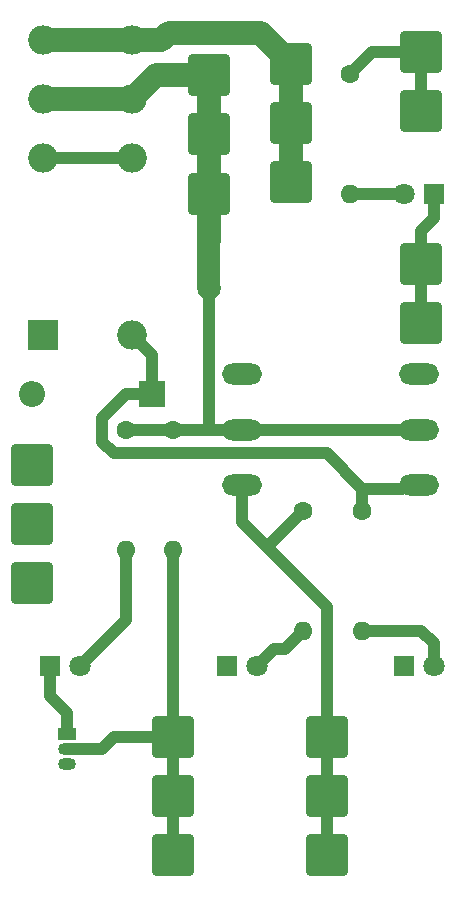
<source format=gbr>
%TF.GenerationSoftware,KiCad,Pcbnew,6.0.5*%
%TF.CreationDate,2022-09-21T01:14:05+02:00*%
%TF.ProjectId,ABS_Simulator_Panel,4142535f-5369-46d7-956c-61746f725f50,1.1*%
%TF.SameCoordinates,Original*%
%TF.FileFunction,Copper,L2,Bot*%
%TF.FilePolarity,Positive*%
%FSLAX46Y46*%
G04 Gerber Fmt 4.6, Leading zero omitted, Abs format (unit mm)*
G04 Created by KiCad (PCBNEW 6.0.5) date 2022-09-21 01:14:05*
%MOMM*%
%LPD*%
G01*
G04 APERTURE LIST*
G04 Aperture macros list*
%AMRoundRect*
0 Rectangle with rounded corners*
0 $1 Rounding radius*
0 $2 $3 $4 $5 $6 $7 $8 $9 X,Y pos of 4 corners*
0 Add a 4 corners polygon primitive as box body*
4,1,4,$2,$3,$4,$5,$6,$7,$8,$9,$2,$3,0*
0 Add four circle primitives for the rounded corners*
1,1,$1+$1,$2,$3*
1,1,$1+$1,$4,$5*
1,1,$1+$1,$6,$7*
1,1,$1+$1,$8,$9*
0 Add four rect primitives between the rounded corners*
20,1,$1+$1,$2,$3,$4,$5,0*
20,1,$1+$1,$4,$5,$6,$7,0*
20,1,$1+$1,$6,$7,$8,$9,0*
20,1,$1+$1,$8,$9,$2,$3,0*%
G04 Aperture macros list end*
%TA.AperFunction,SMDPad,CuDef*%
%ADD10C,2.000000*%
%TD*%
%TA.AperFunction,ComponentPad*%
%ADD11RoundRect,0.250002X-1.499998X-1.499998X1.499998X-1.499998X1.499998X1.499998X-1.499998X1.499998X0*%
%TD*%
%TA.AperFunction,ComponentPad*%
%ADD12C,1.600000*%
%TD*%
%TA.AperFunction,ComponentPad*%
%ADD13O,1.600000X1.600000*%
%TD*%
%TA.AperFunction,ComponentPad*%
%ADD14R,1.500000X1.050000*%
%TD*%
%TA.AperFunction,ComponentPad*%
%ADD15O,1.500000X1.050000*%
%TD*%
%TA.AperFunction,ComponentPad*%
%ADD16R,1.800000X1.800000*%
%TD*%
%TA.AperFunction,ComponentPad*%
%ADD17C,1.800000*%
%TD*%
%TA.AperFunction,ComponentPad*%
%ADD18O,3.400000X1.800000*%
%TD*%
%TA.AperFunction,ComponentPad*%
%ADD19R,2.200000X2.200000*%
%TD*%
%TA.AperFunction,ComponentPad*%
%ADD20O,2.200000X2.200000*%
%TD*%
%TA.AperFunction,ComponentPad*%
%ADD21R,2.500000X2.500000*%
%TD*%
%TA.AperFunction,ComponentPad*%
%ADD22O,2.500000X2.500000*%
%TD*%
%TA.AperFunction,Conductor*%
%ADD23C,2.000000*%
%TD*%
%TA.AperFunction,Conductor*%
%ADD24C,1.000000*%
%TD*%
G04 APERTURE END LIST*
%TO.C,NT1*%
G36*
X69000000Y-75000000D02*
G01*
X67000000Y-75000000D01*
X67000000Y-71000000D01*
X69000000Y-71000000D01*
X69000000Y-75000000D01*
G37*
%TD*%
D10*
%TO.P,NT1,1,1*%
%TO.N,+12V RL1*%
X68000000Y-71000000D03*
%TO.P,NT1,2,2*%
%TO.N,+12V*%
X68000000Y-75000000D03*
%TD*%
D11*
%TO.P,J10,1,Pin_1*%
%TO.N,/ABS Motor -*%
X86000000Y-73000000D03*
%TD*%
%TO.P,J8,1,Pin_1*%
%TO.N,/ABS Motor +*%
X86000000Y-60000000D03*
%TD*%
%TO.P,J5,1,Pin_1*%
%TO.N,GND*%
X53000000Y-95000000D03*
%TD*%
%TO.P,J12,1,Pin_1*%
%TO.N,/STP 16*%
X78000000Y-113000000D03*
%TD*%
D12*
%TO.P,R4,1*%
%TO.N,+12V*%
X61000000Y-87000000D03*
D13*
%TO.P,R4,2*%
%TO.N,/ABS LED*%
X61000000Y-97160000D03*
%TD*%
D11*
%TO.P,J11,1,Pin_1*%
%TO.N,/STP 16*%
X78000000Y-118000000D03*
%TD*%
D14*
%TO.P,Q1,1,C*%
%TO.N,/ABS BJT*%
X56000000Y-112730000D03*
D15*
%TO.P,Q1,2,B*%
%TO.N,/ABS*%
X56000000Y-114000000D03*
%TO.P,Q1,3,E*%
%TO.N,GND*%
X56000000Y-115270000D03*
%TD*%
D12*
%TO.P,R2,1*%
%TO.N,/STP 16*%
X76000000Y-93840000D03*
D13*
%TO.P,R2,2*%
%TO.N,/STP 16 LED*%
X76000000Y-104000000D03*
%TD*%
D11*
%TO.P,J6,1,Pin_1*%
%TO.N,GND*%
X53000000Y-90000000D03*
%TD*%
%TO.P,J19,1,Pin_1*%
%TO.N,/+12V ignition*%
X75000000Y-66000000D03*
%TD*%
D12*
%TO.P,R5,1*%
%TO.N,/ignition*%
X81000000Y-93840000D03*
D13*
%TO.P,R5,2*%
%TO.N,/ignition LED*%
X81000000Y-104000000D03*
%TD*%
D11*
%TO.P,J16,1,Pin_1*%
%TO.N,/ABS*%
X65000000Y-118000000D03*
%TD*%
%TO.P,J9,1,Pin_1*%
%TO.N,/ABS Motor -*%
X86000000Y-78000000D03*
%TD*%
%TO.P,J4,1,Pin_1*%
%TO.N,GND*%
X53000000Y-100000000D03*
%TD*%
D16*
%TO.P,D1,1,K*%
%TO.N,/ABS Motor -*%
X87070000Y-67000000D03*
D17*
%TO.P,D1,2,A*%
%TO.N,/ABS Motor LED*%
X84530000Y-67000000D03*
%TD*%
D16*
%TO.P,D3,1,K*%
%TO.N,/ABS BJT*%
X54530000Y-107000000D03*
D17*
%TO.P,D3,2,A*%
%TO.N,/ABS LED*%
X57070000Y-107000000D03*
%TD*%
D11*
%TO.P,J17,1,Pin_1*%
%TO.N,/+12V ignition*%
X75000000Y-56000000D03*
%TD*%
%TO.P,J18,1,Pin_1*%
%TO.N,/+12V ignition*%
X75000000Y-61000000D03*
%TD*%
%TO.P,J7,1,Pin_1*%
%TO.N,/ABS Motor +*%
X86000000Y-55000000D03*
%TD*%
D16*
%TO.P,D4,1,K*%
%TO.N,GND*%
X84530000Y-107000000D03*
D17*
%TO.P,D4,2,A*%
%TO.N,/ignition LED*%
X87070000Y-107000000D03*
%TD*%
D11*
%TO.P,J14,1,Pin_1*%
%TO.N,/ABS*%
X65000000Y-123000000D03*
%TD*%
D18*
%TO.P,SW1,1,A*%
%TO.N,unconnected-(SW1-Pad1)*%
X70800000Y-82300000D03*
%TO.P,SW1,2,B*%
%TO.N,+12V*%
X70800000Y-87000000D03*
%TO.P,SW1,3,C*%
%TO.N,/STP 16*%
X70800000Y-91700000D03*
%TD*%
D11*
%TO.P,J15,1,Pin_1*%
%TO.N,/ABS*%
X65000000Y-113000000D03*
%TD*%
%TO.P,J1,1,Pin_1*%
%TO.N,+12V RL1*%
X68000000Y-67000000D03*
%TD*%
D19*
%TO.P,D5,1,K*%
%TO.N,/ignition*%
X63160000Y-84000000D03*
D20*
%TO.P,D5,2,A*%
%TO.N,GND*%
X53000000Y-84000000D03*
%TD*%
D18*
%TO.P,SW2,1,A*%
%TO.N,unconnected-(SW2-Pad1)*%
X85800000Y-82300000D03*
%TO.P,SW2,2,B*%
%TO.N,+12V*%
X85800000Y-87000000D03*
%TO.P,SW2,3,C*%
%TO.N,/ignition*%
X85800000Y-91700000D03*
%TD*%
D11*
%TO.P,J3,1,Pin_1*%
%TO.N,+12V RL1*%
X68000000Y-57000000D03*
%TD*%
D12*
%TO.P,R1,1*%
%TO.N,/ABS Motor +*%
X80000000Y-56840000D03*
D13*
%TO.P,R1,2*%
%TO.N,/ABS Motor LED*%
X80000000Y-67000000D03*
%TD*%
D11*
%TO.P,J2,1,Pin_1*%
%TO.N,+12V RL1*%
X68000000Y-62000000D03*
%TD*%
D12*
%TO.P,R3,1*%
%TO.N,+12V*%
X65000000Y-87000000D03*
D13*
%TO.P,R3,2*%
%TO.N,/ABS*%
X65000000Y-97160000D03*
%TD*%
D11*
%TO.P,J13,1,Pin_1*%
%TO.N,/STP 16*%
X78000000Y-123000000D03*
%TD*%
D16*
%TO.P,D2,1,K*%
%TO.N,GND*%
X69525000Y-107000000D03*
D17*
%TO.P,D2,2,A*%
%TO.N,/STP 16 LED*%
X72065000Y-107000000D03*
%TD*%
D21*
%TO.P,RL1,1*%
%TO.N,GND*%
X54000000Y-79000000D03*
D22*
%TO.P,RL1,2*%
%TO.N,Net-(RL1-Pad2)*%
X54000000Y-64000000D03*
%TO.P,RL1,3*%
%TO.N,+12V RL1*%
X54000000Y-59000000D03*
%TO.P,RL1,4*%
%TO.N,/+12V ignition*%
X54000000Y-54000000D03*
%TO.P,RL1,5*%
X61500000Y-54000000D03*
%TO.P,RL1,6*%
%TO.N,+12V RL1*%
X61500000Y-59000000D03*
%TO.P,RL1,7*%
%TO.N,Net-(RL1-Pad2)*%
X61500000Y-64000000D03*
%TO.P,RL1,8*%
%TO.N,/ignition*%
X61500000Y-79000000D03*
%TD*%
D23*
%TO.N,+12V RL1*%
X54000000Y-59000000D02*
X61500000Y-59000000D01*
%TO.N,/+12V ignition*%
X75000000Y-56000000D02*
X75000000Y-66000000D01*
X61500000Y-54000000D02*
X64000000Y-54000000D01*
X72399520Y-53399520D02*
X75000000Y-56000000D01*
X64600480Y-53399520D02*
X72399520Y-53399520D01*
X54000000Y-54000000D02*
X61500000Y-54000000D01*
X64000000Y-54000000D02*
X64600480Y-53399520D01*
D24*
%TO.N,+12V*%
X68000000Y-75000000D02*
X68000000Y-87000000D01*
D23*
%TO.N,+12V RL1*%
X68000000Y-67000000D02*
X68000000Y-71000000D01*
X68000000Y-57000000D02*
X63500000Y-57000000D01*
X63500000Y-57000000D02*
X61500000Y-59000000D01*
X68000000Y-62000000D02*
X68000000Y-67000000D01*
X68000000Y-57000000D02*
X68000000Y-62000000D01*
D24*
%TO.N,/ABS Motor -*%
X86000000Y-78000000D02*
X86000000Y-73000000D01*
X86000000Y-70140000D02*
X87070000Y-69070000D01*
X87070000Y-67000000D02*
X87070000Y-69070000D01*
X86000000Y-73000000D02*
X86000000Y-70140000D01*
%TO.N,/ABS LED*%
X61000000Y-103070000D02*
X61000000Y-97160000D01*
X57070000Y-107000000D02*
X61000000Y-103070000D01*
%TO.N,/STP 16 LED*%
X74467500Y-105532500D02*
X73532500Y-105532500D01*
X76000000Y-104000000D02*
X74467500Y-105532500D01*
X72065000Y-107000000D02*
X73532500Y-105532500D01*
%TO.N,Net-(RL1-Pad2)*%
X54000000Y-64000000D02*
X61500000Y-64000000D01*
%TO.N,/ABS BJT*%
X56000000Y-111000000D02*
X54530000Y-109530000D01*
X54530000Y-107000000D02*
X54530000Y-109530000D01*
X56000000Y-112730000D02*
X56000000Y-111000000D01*
%TO.N,+12V*%
X85800000Y-87000000D02*
X70800000Y-87000000D01*
X61000000Y-87000000D02*
X65000000Y-87000000D01*
X68000000Y-87000000D02*
X65000000Y-87000000D01*
X70800000Y-87000000D02*
X68000000Y-87000000D01*
%TO.N,/ignition LED*%
X86000000Y-104000000D02*
X81000000Y-104000000D01*
X87070000Y-105070000D02*
X86000000Y-104000000D01*
X87070000Y-107000000D02*
X87070000Y-105070000D01*
%TO.N,/ignition*%
X63160000Y-84000000D02*
X63160000Y-80660000D01*
X85800000Y-91700000D02*
X84700000Y-91700000D01*
X84400000Y-92000000D02*
X81000000Y-92000000D01*
X81000000Y-92000000D02*
X81000000Y-93840000D01*
X78000000Y-89000000D02*
X76160000Y-89000000D01*
X59000000Y-86000000D02*
X59000000Y-88000000D01*
X84700000Y-91700000D02*
X84400000Y-92000000D01*
X61000000Y-84000000D02*
X59000000Y-86000000D01*
X81000000Y-92000000D02*
X78000000Y-89000000D01*
X63160000Y-84000000D02*
X61000000Y-84000000D01*
X63160000Y-80660000D02*
X61500000Y-79000000D01*
X59000000Y-88000000D02*
X60000000Y-89000000D01*
X60000000Y-89000000D02*
X76160000Y-89000000D01*
%TO.N,/ABS Motor +*%
X86000000Y-55000000D02*
X81840000Y-55000000D01*
X86000000Y-60000000D02*
X86000000Y-55000000D01*
X81840000Y-55000000D02*
X80000000Y-56840000D01*
%TO.N,/STP 16*%
X73000000Y-97000000D02*
X78000000Y-102000000D01*
X78000000Y-102000000D02*
X78000000Y-113000000D01*
X73000000Y-96840000D02*
X73000000Y-97000000D01*
X70800000Y-91700000D02*
X70800000Y-94800000D01*
X70800000Y-94800000D02*
X73000000Y-97000000D01*
X76000000Y-93840000D02*
X73000000Y-96840000D01*
X78000000Y-123000000D02*
X78000000Y-113000000D01*
%TO.N,/ABS*%
X65000000Y-123000000D02*
X65000000Y-113000000D01*
X56000000Y-114000000D02*
X59000000Y-114000000D01*
X65000000Y-113000000D02*
X65000000Y-97160000D01*
X60000000Y-113000000D02*
X65000000Y-113000000D01*
X59000000Y-114000000D02*
X60000000Y-113000000D01*
%TO.N,/ABS Motor LED*%
X84530000Y-67000000D02*
X80000000Y-67000000D01*
%TD*%
M02*

</source>
